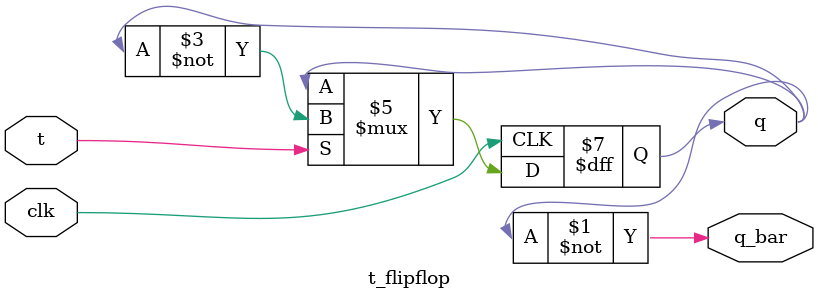
<source format=v>
module t_flipflop (
    input  wire t,
    input  wire clk,
    output reg  q,
    output wire q_bar
);
    assign q_bar = ~q;

    always @(posedge clk) begin
        if (t)
            q <= ~q;  // Toggle when T=1
        else
            q <= q;   // Hold when T=0
    end
endmodule

</source>
